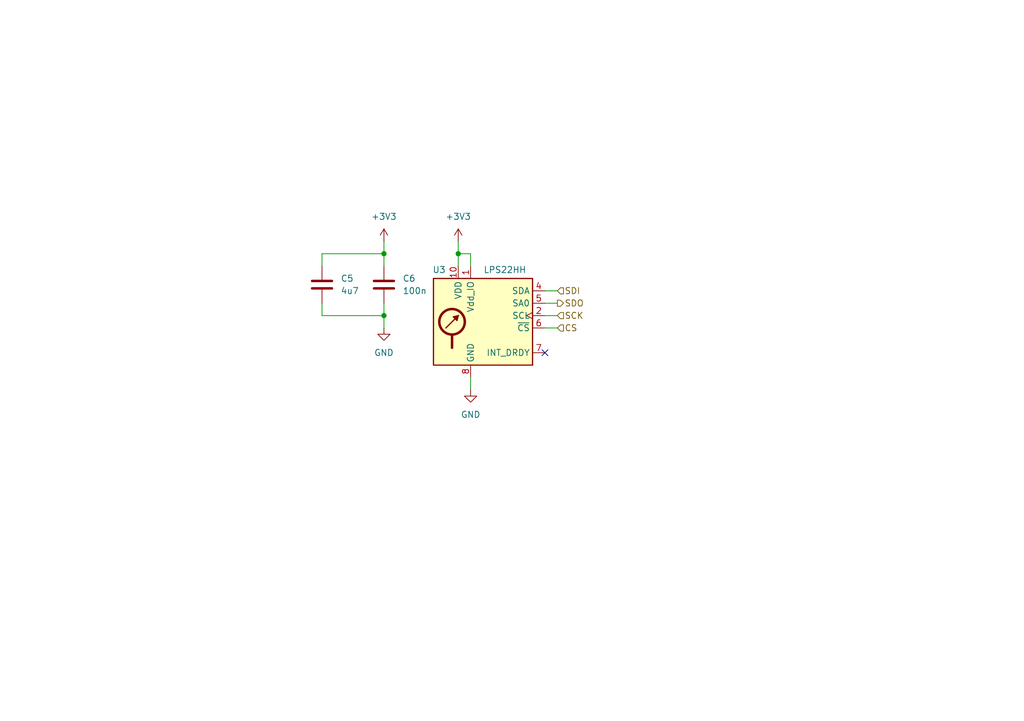
<source format=kicad_sch>
(kicad_sch (version 20231120) (generator "eeschema") (generator_version "8.0")
  (paper "A5")
  (lib_symbols
    (symbol "Device:C" (pin_numbers hide) (pin_names (offset 0.254))
      (property "Reference" "C" (at 0.635 2.54 0))
      (property "Value" "C" (at 0.635 -2.54 0))
      (symbol "C_0_1"
        (polyline (pts (xy -2.032 -0.762) (xy 2.032 -0.762)) (stroke (width 0.508)))
        (polyline (pts (xy -2.032 0.762) (xy 2.032 0.762)) (stroke (width 0.508)))
      )
      (symbol "C_1_1"
        (pin passive line (at 0 3.81 270) (length 2.794) (name "~") (number "1"))
        (pin passive line (at 0 -3.81 90) (length 2.794) (name "~") (number "2"))
      )
    )
    (symbol "Sensor_Pressure:LPS22HH"
      (property "Reference" "U" (at -11.43 1.27 0))
      (property "Value" "LPS22HH" (at -11.43 -1.27 0))
      (symbol "LPS22HH_0_1"
        (rectangle (start -10.16 10.16) (end 10.16 -7.62) (stroke (width 0.254)) (fill (type background)))
        (circle (center -6.35 1.27) (radius 2.6162) (stroke (width 0.508)))
        (polyline (pts (xy -7.62 0) (xy -5.08 2.54)) (stroke (width 0.254)))
        (polyline (pts (xy -6.35 -1.524) (xy -6.35 -4.064)) (stroke (width 0.508)))
        (polyline (pts (xy -5.08 2.54) (xy -5.334 1.524) (xy -6.096 2.286) (xy -5.08 2.54)) (stroke (width 0.254)) (fill (type outline)))
      )
      (symbol "LPS22HH_1_1"
        (pin power_in line (at -2.54 12.7 270) (length 2.54) (name "Vdd_IO") (number "1"))
        (pin power_in line (at -5.08 12.7 270) (length 2.54) (name "VDD") (number "10"))
        (pin input clock (at 12.7 2.54 180) (length 2.54) (name "SCL") (number "2"))
        (pin passive line (at -2.54 -10.16 90) (length 2.54) hide (name "GND") (number "3"))
        (pin bidirectional line (at 12.7 7.62 180) (length 2.54) (name "SDA") (number "4"))
        (pin input line (at 12.7 5.08 180) (length 2.54) (name "SA0") (number "5"))
        (pin input line (at 12.7 0 180) (length 2.54) (name "~{CS}") (number "6"))
        (pin output line (at 12.7 -5.08 180) (length 2.54) (name "INT_DRDY") (number "7"))
        (pin power_in line (at -2.54 -10.16 90) (length 2.54) (name "GND") (number "8"))
        (pin passive line (at -2.54 -10.16 90) (length 2.54) hide (name "GND") (number "9"))
      )
    )
    (symbol "power:+3V3" (power) (pin_numbers hide) (pin_names (offset 0) hide)
      (property "Value" "+3V3" (at 0 3.556 0))
      (symbol "+3V3_0_1"
        (polyline (pts (xy -0.762 1.27) (xy 0 2.54)))
        (polyline (pts (xy 0 0) (xy 0 2.54)))
        (polyline (pts (xy 0 2.54) (xy 0.762 1.27)))
      )
      (symbol "+3V3_1_1"
        (pin power_in line (at 0 0 90) (length 0) (name "~") (number "1"))
      )
    )
    (symbol "power:GND" (power) (pin_numbers hide) (pin_names (offset 0) hide)
      (property "Value" "GND" (at 0 -3.81 0))
      (symbol "GND_0_1"
        (polyline (pts (xy 0 0) (xy 0 -1.27) (xy 1.27 -1.27) (xy 0 -2.54) (xy -1.27 -1.27) (xy 0 -1.27)))
      )
      (symbol "GND_1_1"
        (pin power_in line (at 0 0 270) (length 0) (name "~") (number "1"))
      )
    )
  )
  (junction (at 78.74 52.07))
  (junction (at 78.74 64.77))
  (junction (at 93.98 52.07))
  (no_connect (at 111.76 72.39))
  (wire (pts (xy 78.74 52.07) (xy 66.04 52.07)))
  (wire (pts (xy 111.76 59.69) (xy 114.3 59.69)))
  (wire (pts (xy 78.74 49.53) (xy 78.74 52.07)))
  (wire (pts (xy 66.04 52.07) (xy 66.04 54.61)))
  (wire (pts (xy 93.98 49.53) (xy 93.98 52.07)))
  (wire (pts (xy 111.76 62.23) (xy 114.3 62.23)))
  (wire (pts (xy 93.98 52.07) (xy 93.98 54.61)))
  (wire (pts (xy 96.52 77.47) (xy 96.52 80.01)))
  (wire (pts (xy 111.76 64.77) (xy 114.3 64.77)))
  (wire (pts (xy 78.74 62.23) (xy 78.74 64.77)))
  (wire (pts (xy 96.52 52.07) (xy 96.52 54.61)))
  (wire (pts (xy 78.74 64.77) (xy 66.04 64.77)))
  (wire (pts (xy 66.04 64.77) (xy 66.04 62.23)))
  (wire (pts (xy 111.76 67.31) (xy 114.3 67.31)))
  (wire (pts (xy 78.74 52.07) (xy 78.74 54.61)))
  (wire (pts (xy 78.74 64.77) (xy 78.74 67.31)))
  (wire (pts (xy 93.98 52.07) (xy 96.52 52.07)))
  (hierarchical_label "SDO" (shape output) (at 114.3 62.23 0))
  (hierarchical_label "SDI" (shape input) (at 114.3 59.69 0))
  (hierarchical_label "CS" (shape input) (at 114.3 67.31 0))
  (hierarchical_label "SCK" (shape input) (at 114.3 64.77 0))
  (symbol (lib_id "power:+3V3") (at 93.98 49.53 0) (unit 1)
    (property "Reference" "#PWR014" (effects (hide yes)))
    (property "Value" "+3V3" (at 93.98 44.45 0))
    (property "Description" "Power symbol creates a global label with name \"+3V3\"" (effects (hide yes)))
    (instances (project "sense-ring" (path "" (reference "#PWR014") (unit 1)) (path "" (reference "#PWR018") (unit 1)) (path "" (reference "#PWR034") (unit 1)) (path "" (reference "#PWR010") (unit 1)) (path "" (reference "#PWR030") (unit 1)) (path "" (reference "#PWR026") (unit 1)) (path "" (reference "#PWR022") (unit 1))))
  )
  (symbol (lib_id "power:+3V3") (at 78.74 49.53 0) (unit 1)
    (property "Reference" "#PWR013" (effects (hide yes)))
    (property "Value" "+3V3" (at 78.74 44.45 0))
    (property "Description" "Power symbol creates a global label with name \"+3V3\"" (effects (hide yes)))
    (instances (project "sense-ring" (path "" (reference "#PWR013") (unit 1)) (path "" (reference "#PWR017") (unit 1)) (path "" (reference "#PWR033") (unit 1)) (path "" (reference "#PWR09") (unit 1)) (path "" (reference "#PWR029") (unit 1)) (path "" (reference "#PWR025") (unit 1)) (path "" (reference "#PWR021") (unit 1))))
  )
  (symbol (lib_id "Sensor_Pressure:LPS22HH") (at 99.06 67.31 0) (unit 1)
    (property "Reference" "U3" (at 91.44 55.372 0) (effects (justify right)))
    (property "Value" "LPS22HH" (at 107.95 55.372 0) (effects (justify right)))
    (property "Footprint" "Package_LGA:ST_HLGA-10_2x2mm_P0.5mm_LayoutBorder3x2y" (effects (hide yes)))
    (property "Datasheet" "https://www.st.com/resource/en/datasheet/lps22hh.pdf" (effects (hide yes)))
    (property "Description" "MEMS nano pressure sensor, 260-1260 hPa, absolute digital output baromeeter, 24 bit, SPI, I2C, I3C, 0.65 Pa noise rms, ST_HLGA-10L" (effects (hide yes)))
    (property "LCSC" "C2827824" (effects (hide yes)))
    (instances (project "sense-ring" (path "" (reference "U3") (unit 1)) (path "" (reference "U4") (unit 1)) (path "" (reference "U8") (unit 1)) (path "" (reference "U2") (unit 1)) (path "" (reference "U7") (unit 1)) (path "" (reference "U6") (unit 1)) (path "" (reference "U5") (unit 1))))
  )
  (symbol (lib_id "Device:C") (at 66.04 58.42 0) (unit 1)
    (property "Reference" "C5" (at 69.85 57.1499 0) (effects (justify left)))
    (property "Value" "4u7" (at 69.85 59.6899 0) (effects (justify left)))
    (property "Footprint" "Capacitor_SMD:C_0402_1005Metric" (effects (hide yes)))
    (property "Description" "Unpolarized capacitor" (effects (hide yes)))
    (property "LCSC" "C23733" (effects (hide yes)))
    (instances (project "sense-ring" (path "" (reference "C5") (unit 1)) (path "" (reference "C7") (unit 1)) (path "" (reference "C15") (unit 1)) (path "" (reference "C3") (unit 1)) (path "" (reference "C13") (unit 1)) (path "" (reference "C11") (unit 1)) (path "" (reference "C9") (unit 1))))
  )
  (symbol (lib_id "power:GND") (at 78.74 67.31 0) (unit 1)
    (property "Reference" "#PWR015" (effects (hide yes)))
    (property "Value" "GND" (at 78.74 72.39 0))
    (property "Description" "Power symbol creates a global label with name \"GND\" , ground" (effects (hide yes)))
    (instances (project "sense-ring" (path "" (reference "#PWR015") (unit 1)) (path "" (reference "#PWR019") (unit 1)) (path "" (reference "#PWR035") (unit 1)) (path "" (reference "#PWR011") (unit 1)) (path "" (reference "#PWR031") (unit 1)) (path "" (reference "#PWR027") (unit 1)) (path "" (reference "#PWR023") (unit 1))))
  )
  (symbol (lib_id "Device:C") (at 78.74 58.42 0) (unit 1)
    (property "Reference" "C6" (at 82.55 57.1499 0) (effects (justify left)))
    (property "Value" "100n" (at 82.55 59.6899 0) (effects (justify left)))
    (property "Footprint" "Capacitor_SMD:C_0402_1005Metric" (effects (hide yes)))
    (property "Description" "Unpolarized capacitor" (effects (hide yes)))
    (property "LCSC" "C1525" (effects (hide yes)))
    (instances (project "sense-ring" (path "" (reference "C6") (unit 1)) (path "" (reference "C8") (unit 1)) (path "" (reference "C16") (unit 1)) (path "" (reference "C4") (unit 1)) (path "" (reference "C14") (unit 1)) (path "" (reference "C12") (unit 1)) (path "" (reference "C10") (unit 1))))
  )
  (symbol (lib_id "power:GND") (at 96.52 80.01 0) (unit 1)
    (property "Reference" "#PWR016" (effects (hide yes)))
    (property "Value" "GND" (at 96.52 85.09 0))
    (property "Description" "Power symbol creates a global label with name \"GND\" , ground" (effects (hide yes)))
    (instances (project "sense-ring" (path "" (reference "#PWR016") (unit 1)) (path "" (reference "#PWR020") (unit 1)) (path "" (reference "#PWR036") (unit 1)) (path "" (reference "#PWR012") (unit 1)) (path "" (reference "#PWR032") (unit 1)) (path "" (reference "#PWR028") (unit 1)) (path "" (reference "#PWR024") (unit 1))))
  )
)
</source>
